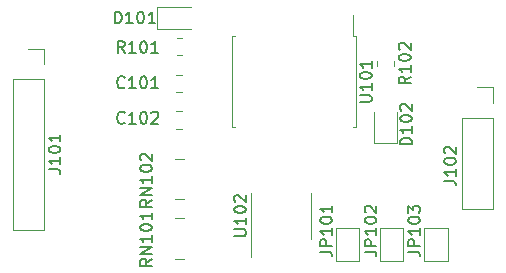
<source format=gbr>
%TF.GenerationSoftware,KiCad,Pcbnew,(5.1.10)-1*%
%TF.CreationDate,2021-10-14T15:31:21-03:00*%
%TF.ProjectId,RTC DS3231,52544320-4453-4333-9233-312e6b696361,1*%
%TF.SameCoordinates,Original*%
%TF.FileFunction,Legend,Top*%
%TF.FilePolarity,Positive*%
%FSLAX46Y46*%
G04 Gerber Fmt 4.6, Leading zero omitted, Abs format (unit mm)*
G04 Created by KiCad (PCBNEW (5.1.10)-1) date 2021-10-14 15:31:21*
%MOMM*%
%LPD*%
G01*
G04 APERTURE LIST*
%ADD10C,0.120000*%
%ADD11C,0.150000*%
G04 APERTURE END LIST*
D10*
%TO.C,J102*%
X140000000Y-86880000D02*
X141330000Y-86880000D01*
X141330000Y-86880000D02*
X141330000Y-88210000D01*
X141330000Y-89480000D02*
X141330000Y-97160000D01*
X138670000Y-97160000D02*
X141330000Y-97160000D01*
X138670000Y-89480000D02*
X138670000Y-97160000D01*
X138670000Y-89480000D02*
X141330000Y-89480000D01*
%TO.C,RN102*%
X114372400Y-92901100D02*
X115172400Y-92901100D01*
X114372400Y-96341100D02*
X115172400Y-96341100D01*
%TO.C,JP103*%
X137500000Y-101550000D02*
X135500000Y-101550000D01*
X137500000Y-98750000D02*
X137500000Y-101550000D01*
X135500000Y-98750000D02*
X137500000Y-98750000D01*
X135500000Y-101550000D02*
X135500000Y-98750000D01*
%TO.C,JP102*%
X133750000Y-101550000D02*
X131750000Y-101550000D01*
X133750000Y-98750000D02*
X133750000Y-101550000D01*
X131750000Y-98750000D02*
X133750000Y-98750000D01*
X131750000Y-101550000D02*
X131750000Y-98750000D01*
%TO.C,JP101*%
X130000000Y-101550000D02*
X128000000Y-101550000D01*
X130000000Y-98750000D02*
X130000000Y-101550000D01*
X128000000Y-98750000D02*
X130000000Y-98750000D01*
X128000000Y-101550000D02*
X128000000Y-98750000D01*
%TO.C,D101*%
X115792400Y-80090000D02*
X112907400Y-80090000D01*
X112907400Y-80090000D02*
X112907400Y-81910000D01*
X112907400Y-81910000D02*
X115792400Y-81910000D01*
%TO.C,C101*%
X114511148Y-85790100D02*
X115033652Y-85790100D01*
X114511148Y-87260100D02*
X115033652Y-87260100D01*
%TO.C,C102*%
X114511148Y-90384300D02*
X115033652Y-90384300D01*
X114511148Y-88914300D02*
X115033652Y-88914300D01*
%TO.C,D102*%
X133210000Y-91622500D02*
X133210000Y-88937500D01*
X131290000Y-91622500D02*
X133210000Y-91622500D01*
X131290000Y-88937500D02*
X131290000Y-91622500D01*
%TO.C,J101*%
X102000000Y-83590000D02*
X103330000Y-83590000D01*
X103330000Y-83590000D02*
X103330000Y-84920000D01*
X103330000Y-86190000D02*
X103330000Y-98950000D01*
X100670000Y-98950000D02*
X103330000Y-98950000D01*
X100670000Y-86190000D02*
X100670000Y-98950000D01*
X100670000Y-86190000D02*
X103330000Y-86190000D01*
%TO.C,R101*%
X114545336Y-82704000D02*
X114999464Y-82704000D01*
X114545336Y-84174000D02*
X114999464Y-84174000D01*
%TO.C,R102*%
X131515000Y-84610436D02*
X131515000Y-85064564D01*
X132985000Y-84610436D02*
X132985000Y-85064564D01*
%TO.C,RN101*%
X114372400Y-101370000D02*
X115172400Y-101370000D01*
X114372400Y-97930000D02*
X115172400Y-97930000D01*
%TO.C,U101*%
X129505000Y-82540000D02*
X129505000Y-80725000D01*
X129760000Y-82540000D02*
X129505000Y-82540000D01*
X129760000Y-86400000D02*
X129760000Y-82540000D01*
X129760000Y-90260000D02*
X129505000Y-90260000D01*
X129760000Y-86400000D02*
X129760000Y-90260000D01*
X119240000Y-82540000D02*
X119495000Y-82540000D01*
X119240000Y-86400000D02*
X119240000Y-82540000D01*
X119240000Y-90260000D02*
X119495000Y-90260000D01*
X119240000Y-86400000D02*
X119240000Y-90260000D01*
%TO.C,U102*%
X120805000Y-97750000D02*
X120805000Y-101200000D01*
X120805000Y-97750000D02*
X120805000Y-95800000D01*
X125925000Y-97750000D02*
X125925000Y-99700000D01*
X125925000Y-97750000D02*
X125925000Y-95800000D01*
%TO.C,J102*%
D11*
X137202380Y-94785714D02*
X137916666Y-94785714D01*
X138059523Y-94833333D01*
X138154761Y-94928571D01*
X138202380Y-95071428D01*
X138202380Y-95166666D01*
X138202380Y-93785714D02*
X138202380Y-94357142D01*
X138202380Y-94071428D02*
X137202380Y-94071428D01*
X137345238Y-94166666D01*
X137440476Y-94261904D01*
X137488095Y-94357142D01*
X137202380Y-93166666D02*
X137202380Y-93071428D01*
X137250000Y-92976190D01*
X137297619Y-92928571D01*
X137392857Y-92880952D01*
X137583333Y-92833333D01*
X137821428Y-92833333D01*
X138011904Y-92880952D01*
X138107142Y-92928571D01*
X138154761Y-92976190D01*
X138202380Y-93071428D01*
X138202380Y-93166666D01*
X138154761Y-93261904D01*
X138107142Y-93309523D01*
X138011904Y-93357142D01*
X137821428Y-93404761D01*
X137583333Y-93404761D01*
X137392857Y-93357142D01*
X137297619Y-93309523D01*
X137250000Y-93261904D01*
X137202380Y-93166666D01*
X137297619Y-92452380D02*
X137250000Y-92404761D01*
X137202380Y-92309523D01*
X137202380Y-92071428D01*
X137250000Y-91976190D01*
X137297619Y-91928571D01*
X137392857Y-91880952D01*
X137488095Y-91880952D01*
X137630952Y-91928571D01*
X138202380Y-92500000D01*
X138202380Y-91880952D01*
%TO.C,RN102*%
X112452380Y-96392857D02*
X111976190Y-96726190D01*
X112452380Y-96964285D02*
X111452380Y-96964285D01*
X111452380Y-96583333D01*
X111500000Y-96488095D01*
X111547619Y-96440476D01*
X111642857Y-96392857D01*
X111785714Y-96392857D01*
X111880952Y-96440476D01*
X111928571Y-96488095D01*
X111976190Y-96583333D01*
X111976190Y-96964285D01*
X112452380Y-95964285D02*
X111452380Y-95964285D01*
X112452380Y-95392857D01*
X111452380Y-95392857D01*
X112452380Y-94392857D02*
X112452380Y-94964285D01*
X112452380Y-94678571D02*
X111452380Y-94678571D01*
X111595238Y-94773809D01*
X111690476Y-94869047D01*
X111738095Y-94964285D01*
X111452380Y-93773809D02*
X111452380Y-93678571D01*
X111500000Y-93583333D01*
X111547619Y-93535714D01*
X111642857Y-93488095D01*
X111833333Y-93440476D01*
X112071428Y-93440476D01*
X112261904Y-93488095D01*
X112357142Y-93535714D01*
X112404761Y-93583333D01*
X112452380Y-93678571D01*
X112452380Y-93773809D01*
X112404761Y-93869047D01*
X112357142Y-93916666D01*
X112261904Y-93964285D01*
X112071428Y-94011904D01*
X111833333Y-94011904D01*
X111642857Y-93964285D01*
X111547619Y-93916666D01*
X111500000Y-93869047D01*
X111452380Y-93773809D01*
X111547619Y-93059523D02*
X111500000Y-93011904D01*
X111452380Y-92916666D01*
X111452380Y-92678571D01*
X111500000Y-92583333D01*
X111547619Y-92535714D01*
X111642857Y-92488095D01*
X111738095Y-92488095D01*
X111880952Y-92535714D01*
X112452380Y-93107142D01*
X112452380Y-92488095D01*
%TO.C,JP103*%
X134152380Y-100785714D02*
X134866666Y-100785714D01*
X135009523Y-100833333D01*
X135104761Y-100928571D01*
X135152380Y-101071428D01*
X135152380Y-101166666D01*
X135152380Y-100309523D02*
X134152380Y-100309523D01*
X134152380Y-99928571D01*
X134200000Y-99833333D01*
X134247619Y-99785714D01*
X134342857Y-99738095D01*
X134485714Y-99738095D01*
X134580952Y-99785714D01*
X134628571Y-99833333D01*
X134676190Y-99928571D01*
X134676190Y-100309523D01*
X135152380Y-98785714D02*
X135152380Y-99357142D01*
X135152380Y-99071428D02*
X134152380Y-99071428D01*
X134295238Y-99166666D01*
X134390476Y-99261904D01*
X134438095Y-99357142D01*
X134152380Y-98166666D02*
X134152380Y-98071428D01*
X134200000Y-97976190D01*
X134247619Y-97928571D01*
X134342857Y-97880952D01*
X134533333Y-97833333D01*
X134771428Y-97833333D01*
X134961904Y-97880952D01*
X135057142Y-97928571D01*
X135104761Y-97976190D01*
X135152380Y-98071428D01*
X135152380Y-98166666D01*
X135104761Y-98261904D01*
X135057142Y-98309523D01*
X134961904Y-98357142D01*
X134771428Y-98404761D01*
X134533333Y-98404761D01*
X134342857Y-98357142D01*
X134247619Y-98309523D01*
X134200000Y-98261904D01*
X134152380Y-98166666D01*
X134152380Y-97500000D02*
X134152380Y-96880952D01*
X134533333Y-97214285D01*
X134533333Y-97071428D01*
X134580952Y-96976190D01*
X134628571Y-96928571D01*
X134723809Y-96880952D01*
X134961904Y-96880952D01*
X135057142Y-96928571D01*
X135104761Y-96976190D01*
X135152380Y-97071428D01*
X135152380Y-97357142D01*
X135104761Y-97452380D01*
X135057142Y-97500000D01*
%TO.C,JP102*%
X130452380Y-100785714D02*
X131166666Y-100785714D01*
X131309523Y-100833333D01*
X131404761Y-100928571D01*
X131452380Y-101071428D01*
X131452380Y-101166666D01*
X131452380Y-100309523D02*
X130452380Y-100309523D01*
X130452380Y-99928571D01*
X130500000Y-99833333D01*
X130547619Y-99785714D01*
X130642857Y-99738095D01*
X130785714Y-99738095D01*
X130880952Y-99785714D01*
X130928571Y-99833333D01*
X130976190Y-99928571D01*
X130976190Y-100309523D01*
X131452380Y-98785714D02*
X131452380Y-99357142D01*
X131452380Y-99071428D02*
X130452380Y-99071428D01*
X130595238Y-99166666D01*
X130690476Y-99261904D01*
X130738095Y-99357142D01*
X130452380Y-98166666D02*
X130452380Y-98071428D01*
X130500000Y-97976190D01*
X130547619Y-97928571D01*
X130642857Y-97880952D01*
X130833333Y-97833333D01*
X131071428Y-97833333D01*
X131261904Y-97880952D01*
X131357142Y-97928571D01*
X131404761Y-97976190D01*
X131452380Y-98071428D01*
X131452380Y-98166666D01*
X131404761Y-98261904D01*
X131357142Y-98309523D01*
X131261904Y-98357142D01*
X131071428Y-98404761D01*
X130833333Y-98404761D01*
X130642857Y-98357142D01*
X130547619Y-98309523D01*
X130500000Y-98261904D01*
X130452380Y-98166666D01*
X130547619Y-97452380D02*
X130500000Y-97404761D01*
X130452380Y-97309523D01*
X130452380Y-97071428D01*
X130500000Y-96976190D01*
X130547619Y-96928571D01*
X130642857Y-96880952D01*
X130738095Y-96880952D01*
X130880952Y-96928571D01*
X131452380Y-97500000D01*
X131452380Y-96880952D01*
%TO.C,JP101*%
X126702380Y-100785714D02*
X127416666Y-100785714D01*
X127559523Y-100833333D01*
X127654761Y-100928571D01*
X127702380Y-101071428D01*
X127702380Y-101166666D01*
X127702380Y-100309523D02*
X126702380Y-100309523D01*
X126702380Y-99928571D01*
X126750000Y-99833333D01*
X126797619Y-99785714D01*
X126892857Y-99738095D01*
X127035714Y-99738095D01*
X127130952Y-99785714D01*
X127178571Y-99833333D01*
X127226190Y-99928571D01*
X127226190Y-100309523D01*
X127702380Y-98785714D02*
X127702380Y-99357142D01*
X127702380Y-99071428D02*
X126702380Y-99071428D01*
X126845238Y-99166666D01*
X126940476Y-99261904D01*
X126988095Y-99357142D01*
X126702380Y-98166666D02*
X126702380Y-98071428D01*
X126750000Y-97976190D01*
X126797619Y-97928571D01*
X126892857Y-97880952D01*
X127083333Y-97833333D01*
X127321428Y-97833333D01*
X127511904Y-97880952D01*
X127607142Y-97928571D01*
X127654761Y-97976190D01*
X127702380Y-98071428D01*
X127702380Y-98166666D01*
X127654761Y-98261904D01*
X127607142Y-98309523D01*
X127511904Y-98357142D01*
X127321428Y-98404761D01*
X127083333Y-98404761D01*
X126892857Y-98357142D01*
X126797619Y-98309523D01*
X126750000Y-98261904D01*
X126702380Y-98166666D01*
X127702380Y-96880952D02*
X127702380Y-97452380D01*
X127702380Y-97166666D02*
X126702380Y-97166666D01*
X126845238Y-97261904D01*
X126940476Y-97357142D01*
X126988095Y-97452380D01*
%TO.C,D101*%
X109309523Y-81452380D02*
X109309523Y-80452380D01*
X109547619Y-80452380D01*
X109690476Y-80500000D01*
X109785714Y-80595238D01*
X109833333Y-80690476D01*
X109880952Y-80880952D01*
X109880952Y-81023809D01*
X109833333Y-81214285D01*
X109785714Y-81309523D01*
X109690476Y-81404761D01*
X109547619Y-81452380D01*
X109309523Y-81452380D01*
X110833333Y-81452380D02*
X110261904Y-81452380D01*
X110547619Y-81452380D02*
X110547619Y-80452380D01*
X110452380Y-80595238D01*
X110357142Y-80690476D01*
X110261904Y-80738095D01*
X111452380Y-80452380D02*
X111547619Y-80452380D01*
X111642857Y-80500000D01*
X111690476Y-80547619D01*
X111738095Y-80642857D01*
X111785714Y-80833333D01*
X111785714Y-81071428D01*
X111738095Y-81261904D01*
X111690476Y-81357142D01*
X111642857Y-81404761D01*
X111547619Y-81452380D01*
X111452380Y-81452380D01*
X111357142Y-81404761D01*
X111309523Y-81357142D01*
X111261904Y-81261904D01*
X111214285Y-81071428D01*
X111214285Y-80833333D01*
X111261904Y-80642857D01*
X111309523Y-80547619D01*
X111357142Y-80500000D01*
X111452380Y-80452380D01*
X112738095Y-81452380D02*
X112166666Y-81452380D01*
X112452380Y-81452380D02*
X112452380Y-80452380D01*
X112357142Y-80595238D01*
X112261904Y-80690476D01*
X112166666Y-80738095D01*
%TO.C,C101*%
X110130952Y-86857142D02*
X110083333Y-86904761D01*
X109940476Y-86952380D01*
X109845238Y-86952380D01*
X109702380Y-86904761D01*
X109607142Y-86809523D01*
X109559523Y-86714285D01*
X109511904Y-86523809D01*
X109511904Y-86380952D01*
X109559523Y-86190476D01*
X109607142Y-86095238D01*
X109702380Y-86000000D01*
X109845238Y-85952380D01*
X109940476Y-85952380D01*
X110083333Y-86000000D01*
X110130952Y-86047619D01*
X111083333Y-86952380D02*
X110511904Y-86952380D01*
X110797619Y-86952380D02*
X110797619Y-85952380D01*
X110702380Y-86095238D01*
X110607142Y-86190476D01*
X110511904Y-86238095D01*
X111702380Y-85952380D02*
X111797619Y-85952380D01*
X111892857Y-86000000D01*
X111940476Y-86047619D01*
X111988095Y-86142857D01*
X112035714Y-86333333D01*
X112035714Y-86571428D01*
X111988095Y-86761904D01*
X111940476Y-86857142D01*
X111892857Y-86904761D01*
X111797619Y-86952380D01*
X111702380Y-86952380D01*
X111607142Y-86904761D01*
X111559523Y-86857142D01*
X111511904Y-86761904D01*
X111464285Y-86571428D01*
X111464285Y-86333333D01*
X111511904Y-86142857D01*
X111559523Y-86047619D01*
X111607142Y-86000000D01*
X111702380Y-85952380D01*
X112988095Y-86952380D02*
X112416666Y-86952380D01*
X112702380Y-86952380D02*
X112702380Y-85952380D01*
X112607142Y-86095238D01*
X112511904Y-86190476D01*
X112416666Y-86238095D01*
%TO.C,C102*%
X110130952Y-89857142D02*
X110083333Y-89904761D01*
X109940476Y-89952380D01*
X109845238Y-89952380D01*
X109702380Y-89904761D01*
X109607142Y-89809523D01*
X109559523Y-89714285D01*
X109511904Y-89523809D01*
X109511904Y-89380952D01*
X109559523Y-89190476D01*
X109607142Y-89095238D01*
X109702380Y-89000000D01*
X109845238Y-88952380D01*
X109940476Y-88952380D01*
X110083333Y-89000000D01*
X110130952Y-89047619D01*
X111083333Y-89952380D02*
X110511904Y-89952380D01*
X110797619Y-89952380D02*
X110797619Y-88952380D01*
X110702380Y-89095238D01*
X110607142Y-89190476D01*
X110511904Y-89238095D01*
X111702380Y-88952380D02*
X111797619Y-88952380D01*
X111892857Y-89000000D01*
X111940476Y-89047619D01*
X111988095Y-89142857D01*
X112035714Y-89333333D01*
X112035714Y-89571428D01*
X111988095Y-89761904D01*
X111940476Y-89857142D01*
X111892857Y-89904761D01*
X111797619Y-89952380D01*
X111702380Y-89952380D01*
X111607142Y-89904761D01*
X111559523Y-89857142D01*
X111511904Y-89761904D01*
X111464285Y-89571428D01*
X111464285Y-89333333D01*
X111511904Y-89142857D01*
X111559523Y-89047619D01*
X111607142Y-89000000D01*
X111702380Y-88952380D01*
X112416666Y-89047619D02*
X112464285Y-89000000D01*
X112559523Y-88952380D01*
X112797619Y-88952380D01*
X112892857Y-89000000D01*
X112940476Y-89047619D01*
X112988095Y-89142857D01*
X112988095Y-89238095D01*
X112940476Y-89380952D01*
X112369047Y-89952380D01*
X112988095Y-89952380D01*
%TO.C,D102*%
X134452380Y-91690476D02*
X133452380Y-91690476D01*
X133452380Y-91452380D01*
X133500000Y-91309523D01*
X133595238Y-91214285D01*
X133690476Y-91166666D01*
X133880952Y-91119047D01*
X134023809Y-91119047D01*
X134214285Y-91166666D01*
X134309523Y-91214285D01*
X134404761Y-91309523D01*
X134452380Y-91452380D01*
X134452380Y-91690476D01*
X134452380Y-90166666D02*
X134452380Y-90738095D01*
X134452380Y-90452380D02*
X133452380Y-90452380D01*
X133595238Y-90547619D01*
X133690476Y-90642857D01*
X133738095Y-90738095D01*
X133452380Y-89547619D02*
X133452380Y-89452380D01*
X133500000Y-89357142D01*
X133547619Y-89309523D01*
X133642857Y-89261904D01*
X133833333Y-89214285D01*
X134071428Y-89214285D01*
X134261904Y-89261904D01*
X134357142Y-89309523D01*
X134404761Y-89357142D01*
X134452380Y-89452380D01*
X134452380Y-89547619D01*
X134404761Y-89642857D01*
X134357142Y-89690476D01*
X134261904Y-89738095D01*
X134071428Y-89785714D01*
X133833333Y-89785714D01*
X133642857Y-89738095D01*
X133547619Y-89690476D01*
X133500000Y-89642857D01*
X133452380Y-89547619D01*
X133547619Y-88833333D02*
X133500000Y-88785714D01*
X133452380Y-88690476D01*
X133452380Y-88452380D01*
X133500000Y-88357142D01*
X133547619Y-88309523D01*
X133642857Y-88261904D01*
X133738095Y-88261904D01*
X133880952Y-88309523D01*
X134452380Y-88880952D01*
X134452380Y-88261904D01*
%TO.C,J101*%
X103702380Y-93785714D02*
X104416666Y-93785714D01*
X104559523Y-93833333D01*
X104654761Y-93928571D01*
X104702380Y-94071428D01*
X104702380Y-94166666D01*
X104702380Y-92785714D02*
X104702380Y-93357142D01*
X104702380Y-93071428D02*
X103702380Y-93071428D01*
X103845238Y-93166666D01*
X103940476Y-93261904D01*
X103988095Y-93357142D01*
X103702380Y-92166666D02*
X103702380Y-92071428D01*
X103750000Y-91976190D01*
X103797619Y-91928571D01*
X103892857Y-91880952D01*
X104083333Y-91833333D01*
X104321428Y-91833333D01*
X104511904Y-91880952D01*
X104607142Y-91928571D01*
X104654761Y-91976190D01*
X104702380Y-92071428D01*
X104702380Y-92166666D01*
X104654761Y-92261904D01*
X104607142Y-92309523D01*
X104511904Y-92357142D01*
X104321428Y-92404761D01*
X104083333Y-92404761D01*
X103892857Y-92357142D01*
X103797619Y-92309523D01*
X103750000Y-92261904D01*
X103702380Y-92166666D01*
X104702380Y-90880952D02*
X104702380Y-91452380D01*
X104702380Y-91166666D02*
X103702380Y-91166666D01*
X103845238Y-91261904D01*
X103940476Y-91357142D01*
X103988095Y-91452380D01*
%TO.C,R101*%
X110130952Y-83952380D02*
X109797619Y-83476190D01*
X109559523Y-83952380D02*
X109559523Y-82952380D01*
X109940476Y-82952380D01*
X110035714Y-83000000D01*
X110083333Y-83047619D01*
X110130952Y-83142857D01*
X110130952Y-83285714D01*
X110083333Y-83380952D01*
X110035714Y-83428571D01*
X109940476Y-83476190D01*
X109559523Y-83476190D01*
X111083333Y-83952380D02*
X110511904Y-83952380D01*
X110797619Y-83952380D02*
X110797619Y-82952380D01*
X110702380Y-83095238D01*
X110607142Y-83190476D01*
X110511904Y-83238095D01*
X111702380Y-82952380D02*
X111797619Y-82952380D01*
X111892857Y-83000000D01*
X111940476Y-83047619D01*
X111988095Y-83142857D01*
X112035714Y-83333333D01*
X112035714Y-83571428D01*
X111988095Y-83761904D01*
X111940476Y-83857142D01*
X111892857Y-83904761D01*
X111797619Y-83952380D01*
X111702380Y-83952380D01*
X111607142Y-83904761D01*
X111559523Y-83857142D01*
X111511904Y-83761904D01*
X111464285Y-83571428D01*
X111464285Y-83333333D01*
X111511904Y-83142857D01*
X111559523Y-83047619D01*
X111607142Y-83000000D01*
X111702380Y-82952380D01*
X112988095Y-83952380D02*
X112416666Y-83952380D01*
X112702380Y-83952380D02*
X112702380Y-82952380D01*
X112607142Y-83095238D01*
X112511904Y-83190476D01*
X112416666Y-83238095D01*
%TO.C,R102*%
X134352380Y-85956547D02*
X133876190Y-86289880D01*
X134352380Y-86527976D02*
X133352380Y-86527976D01*
X133352380Y-86147023D01*
X133400000Y-86051785D01*
X133447619Y-86004166D01*
X133542857Y-85956547D01*
X133685714Y-85956547D01*
X133780952Y-86004166D01*
X133828571Y-86051785D01*
X133876190Y-86147023D01*
X133876190Y-86527976D01*
X134352380Y-85004166D02*
X134352380Y-85575595D01*
X134352380Y-85289880D02*
X133352380Y-85289880D01*
X133495238Y-85385119D01*
X133590476Y-85480357D01*
X133638095Y-85575595D01*
X133352380Y-84385119D02*
X133352380Y-84289880D01*
X133400000Y-84194642D01*
X133447619Y-84147023D01*
X133542857Y-84099404D01*
X133733333Y-84051785D01*
X133971428Y-84051785D01*
X134161904Y-84099404D01*
X134257142Y-84147023D01*
X134304761Y-84194642D01*
X134352380Y-84289880D01*
X134352380Y-84385119D01*
X134304761Y-84480357D01*
X134257142Y-84527976D01*
X134161904Y-84575595D01*
X133971428Y-84623214D01*
X133733333Y-84623214D01*
X133542857Y-84575595D01*
X133447619Y-84527976D01*
X133400000Y-84480357D01*
X133352380Y-84385119D01*
X133447619Y-83670833D02*
X133400000Y-83623214D01*
X133352380Y-83527976D01*
X133352380Y-83289880D01*
X133400000Y-83194642D01*
X133447619Y-83147023D01*
X133542857Y-83099404D01*
X133638095Y-83099404D01*
X133780952Y-83147023D01*
X134352380Y-83718452D01*
X134352380Y-83099404D01*
%TO.C,RN101*%
X112452380Y-101392857D02*
X111976190Y-101726190D01*
X112452380Y-101964285D02*
X111452380Y-101964285D01*
X111452380Y-101583333D01*
X111500000Y-101488095D01*
X111547619Y-101440476D01*
X111642857Y-101392857D01*
X111785714Y-101392857D01*
X111880952Y-101440476D01*
X111928571Y-101488095D01*
X111976190Y-101583333D01*
X111976190Y-101964285D01*
X112452380Y-100964285D02*
X111452380Y-100964285D01*
X112452380Y-100392857D01*
X111452380Y-100392857D01*
X112452380Y-99392857D02*
X112452380Y-99964285D01*
X112452380Y-99678571D02*
X111452380Y-99678571D01*
X111595238Y-99773809D01*
X111690476Y-99869047D01*
X111738095Y-99964285D01*
X111452380Y-98773809D02*
X111452380Y-98678571D01*
X111500000Y-98583333D01*
X111547619Y-98535714D01*
X111642857Y-98488095D01*
X111833333Y-98440476D01*
X112071428Y-98440476D01*
X112261904Y-98488095D01*
X112357142Y-98535714D01*
X112404761Y-98583333D01*
X112452380Y-98678571D01*
X112452380Y-98773809D01*
X112404761Y-98869047D01*
X112357142Y-98916666D01*
X112261904Y-98964285D01*
X112071428Y-99011904D01*
X111833333Y-99011904D01*
X111642857Y-98964285D01*
X111547619Y-98916666D01*
X111500000Y-98869047D01*
X111452380Y-98773809D01*
X112452380Y-97488095D02*
X112452380Y-98059523D01*
X112452380Y-97773809D02*
X111452380Y-97773809D01*
X111595238Y-97869047D01*
X111690476Y-97964285D01*
X111738095Y-98059523D01*
%TO.C,U101*%
X130052380Y-88114285D02*
X130861904Y-88114285D01*
X130957142Y-88066666D01*
X131004761Y-88019047D01*
X131052380Y-87923809D01*
X131052380Y-87733333D01*
X131004761Y-87638095D01*
X130957142Y-87590476D01*
X130861904Y-87542857D01*
X130052380Y-87542857D01*
X131052380Y-86542857D02*
X131052380Y-87114285D01*
X131052380Y-86828571D02*
X130052380Y-86828571D01*
X130195238Y-86923809D01*
X130290476Y-87019047D01*
X130338095Y-87114285D01*
X130052380Y-85923809D02*
X130052380Y-85828571D01*
X130100000Y-85733333D01*
X130147619Y-85685714D01*
X130242857Y-85638095D01*
X130433333Y-85590476D01*
X130671428Y-85590476D01*
X130861904Y-85638095D01*
X130957142Y-85685714D01*
X131004761Y-85733333D01*
X131052380Y-85828571D01*
X131052380Y-85923809D01*
X131004761Y-86019047D01*
X130957142Y-86066666D01*
X130861904Y-86114285D01*
X130671428Y-86161904D01*
X130433333Y-86161904D01*
X130242857Y-86114285D01*
X130147619Y-86066666D01*
X130100000Y-86019047D01*
X130052380Y-85923809D01*
X131052380Y-84638095D02*
X131052380Y-85209523D01*
X131052380Y-84923809D02*
X130052380Y-84923809D01*
X130195238Y-85019047D01*
X130290476Y-85114285D01*
X130338095Y-85209523D01*
%TO.C,U102*%
X119417380Y-99464285D02*
X120226904Y-99464285D01*
X120322142Y-99416666D01*
X120369761Y-99369047D01*
X120417380Y-99273809D01*
X120417380Y-99083333D01*
X120369761Y-98988095D01*
X120322142Y-98940476D01*
X120226904Y-98892857D01*
X119417380Y-98892857D01*
X120417380Y-97892857D02*
X120417380Y-98464285D01*
X120417380Y-98178571D02*
X119417380Y-98178571D01*
X119560238Y-98273809D01*
X119655476Y-98369047D01*
X119703095Y-98464285D01*
X119417380Y-97273809D02*
X119417380Y-97178571D01*
X119465000Y-97083333D01*
X119512619Y-97035714D01*
X119607857Y-96988095D01*
X119798333Y-96940476D01*
X120036428Y-96940476D01*
X120226904Y-96988095D01*
X120322142Y-97035714D01*
X120369761Y-97083333D01*
X120417380Y-97178571D01*
X120417380Y-97273809D01*
X120369761Y-97369047D01*
X120322142Y-97416666D01*
X120226904Y-97464285D01*
X120036428Y-97511904D01*
X119798333Y-97511904D01*
X119607857Y-97464285D01*
X119512619Y-97416666D01*
X119465000Y-97369047D01*
X119417380Y-97273809D01*
X119512619Y-96559523D02*
X119465000Y-96511904D01*
X119417380Y-96416666D01*
X119417380Y-96178571D01*
X119465000Y-96083333D01*
X119512619Y-96035714D01*
X119607857Y-95988095D01*
X119703095Y-95988095D01*
X119845952Y-96035714D01*
X120417380Y-96607142D01*
X120417380Y-95988095D01*
%TD*%
M02*

</source>
